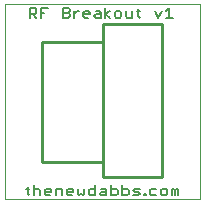
<source format=gto>
G75*
%MOIN*%
%OFA0B0*%
%FSLAX24Y24*%
%IPPOS*%
%LPD*%
%AMOC8*
5,1,8,0,0,1.08239X$1,22.5*
%
%ADD10C,0.0000*%
%ADD11C,0.0070*%
%ADD12C,0.0100*%
D10*
X000100Y000139D02*
X000100Y006635D01*
X006600Y006635D01*
X006600Y000139D01*
X000100Y000139D01*
D11*
X000865Y000323D02*
X000920Y000268D01*
X000865Y000323D02*
X000865Y000544D01*
X000810Y000489D02*
X000920Y000489D01*
X001055Y000433D02*
X001110Y000489D01*
X001220Y000489D01*
X001276Y000433D01*
X001276Y000268D01*
X001424Y000323D02*
X001424Y000433D01*
X001479Y000489D01*
X001589Y000489D01*
X001644Y000433D01*
X001644Y000378D01*
X001424Y000378D01*
X001424Y000323D02*
X001479Y000268D01*
X001589Y000268D01*
X001792Y000268D02*
X001792Y000489D01*
X001957Y000489D01*
X002012Y000433D01*
X002012Y000268D01*
X002160Y000323D02*
X002160Y000433D01*
X002215Y000489D01*
X002325Y000489D01*
X002380Y000433D01*
X002380Y000378D01*
X002160Y000378D01*
X002160Y000323D02*
X002215Y000268D01*
X002325Y000268D01*
X002529Y000323D02*
X002584Y000268D01*
X002639Y000323D01*
X002694Y000268D01*
X002749Y000323D01*
X002749Y000489D01*
X002897Y000433D02*
X002952Y000489D01*
X003117Y000489D01*
X003117Y000599D02*
X003117Y000268D01*
X002952Y000268D01*
X002897Y000323D01*
X002897Y000433D01*
X003265Y000323D02*
X003320Y000378D01*
X003485Y000378D01*
X003485Y000433D02*
X003485Y000268D01*
X003320Y000268D01*
X003265Y000323D01*
X003320Y000489D02*
X003430Y000489D01*
X003485Y000433D01*
X003634Y000489D02*
X003799Y000489D01*
X003854Y000433D01*
X003854Y000323D01*
X003799Y000268D01*
X003634Y000268D01*
X003634Y000599D01*
X004002Y000599D02*
X004002Y000268D01*
X004167Y000268D01*
X004222Y000323D01*
X004222Y000433D01*
X004167Y000489D01*
X004002Y000489D01*
X004370Y000433D02*
X004425Y000489D01*
X004590Y000489D01*
X004535Y000378D02*
X004425Y000378D01*
X004370Y000433D01*
X004535Y000378D02*
X004590Y000323D01*
X004535Y000268D01*
X004370Y000268D01*
X004738Y000268D02*
X004794Y000268D01*
X004794Y000323D01*
X004738Y000323D01*
X004738Y000268D01*
X004923Y000323D02*
X004923Y000433D01*
X004978Y000489D01*
X005143Y000489D01*
X005291Y000433D02*
X005291Y000323D01*
X005346Y000268D01*
X005456Y000268D01*
X005511Y000323D01*
X005511Y000433D01*
X005456Y000489D01*
X005346Y000489D01*
X005291Y000433D01*
X005143Y000268D02*
X004978Y000268D01*
X004923Y000323D01*
X005659Y000268D02*
X005659Y000489D01*
X005714Y000489D01*
X005769Y000433D01*
X005824Y000489D01*
X005879Y000433D01*
X005879Y000268D01*
X005769Y000268D02*
X005769Y000433D01*
X002529Y000489D02*
X002529Y000323D01*
X001055Y000268D02*
X001055Y000599D01*
X001152Y006191D02*
X001042Y006301D01*
X001097Y006301D02*
X000932Y006301D01*
X000932Y006191D02*
X000932Y006521D01*
X001097Y006521D01*
X001152Y006466D01*
X001152Y006356D01*
X001097Y006301D01*
X001301Y006356D02*
X001411Y006356D01*
X001301Y006521D02*
X001521Y006521D01*
X001301Y006521D02*
X001301Y006191D01*
X002037Y006191D02*
X002202Y006191D01*
X002257Y006246D01*
X002257Y006301D01*
X002202Y006356D01*
X002037Y006356D01*
X002037Y006191D02*
X002037Y006521D01*
X002202Y006521D01*
X002257Y006466D01*
X002257Y006411D01*
X002202Y006356D01*
X002406Y006301D02*
X002516Y006411D01*
X002571Y006411D01*
X002712Y006356D02*
X002767Y006411D01*
X002878Y006411D01*
X002933Y006356D01*
X002933Y006301D01*
X002712Y006301D01*
X002712Y006246D02*
X002712Y006356D01*
X002712Y006246D02*
X002767Y006191D01*
X002878Y006191D01*
X003081Y006246D02*
X003136Y006301D01*
X003301Y006301D01*
X003301Y006356D02*
X003301Y006191D01*
X003136Y006191D01*
X003081Y006246D01*
X003136Y006411D02*
X003246Y006411D01*
X003301Y006356D01*
X003449Y006301D02*
X003614Y006411D01*
X003449Y006301D02*
X003614Y006191D01*
X003449Y006191D02*
X003449Y006521D01*
X003756Y006356D02*
X003756Y006246D01*
X003811Y006191D01*
X003921Y006191D01*
X003976Y006246D01*
X003976Y006356D01*
X003921Y006411D01*
X003811Y006411D01*
X003756Y006356D01*
X004124Y006411D02*
X004124Y006246D01*
X004179Y006191D01*
X004344Y006191D01*
X004344Y006411D01*
X004493Y006411D02*
X004603Y006411D01*
X004548Y006466D02*
X004548Y006246D01*
X004603Y006191D01*
X005106Y006411D02*
X005217Y006191D01*
X005327Y006411D01*
X005475Y006411D02*
X005585Y006521D01*
X005585Y006191D01*
X005475Y006191D02*
X005695Y006191D01*
X002406Y006191D02*
X002406Y006411D01*
D12*
X003366Y005979D02*
X003366Y000861D01*
X005334Y000861D01*
X005334Y005979D01*
X003366Y005979D01*
X003350Y005389D02*
X001350Y005389D01*
X001350Y001389D01*
X003350Y001389D01*
M02*

</source>
